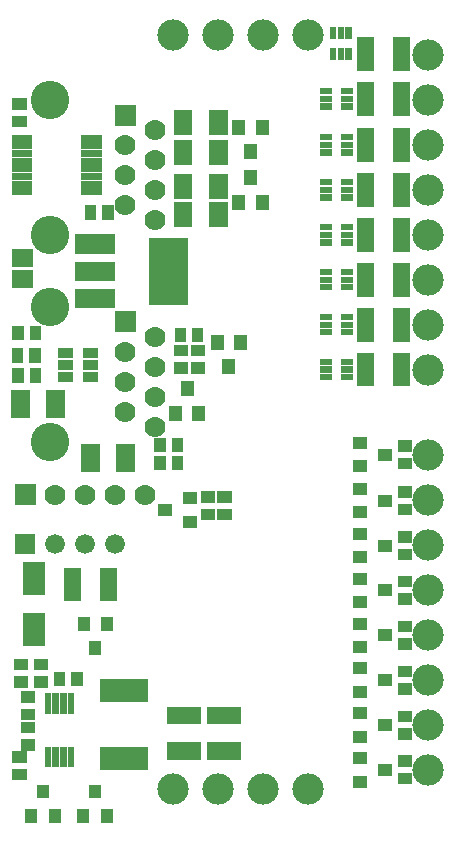
<source format=gbr>
G04 start of page 7 for group -4062 idx -4062 *
G04 Title: (unknown), soldermask *
G04 Creator: pcb 20110918 *
G04 CreationDate: Tue 21 Aug 2012 15:57:03 GMT UTC *
G04 For: rob *
G04 Format: Gerber/RS-274X *
G04 PCB-Dimensions: 157480 283465 *
G04 PCB-Coordinate-Origin: lower left *
%MOIN*%
%FSLAX25Y25*%
%LNBOTTOMMASK*%
%ADD102R,0.0768X0.0768*%
%ADD101R,0.0572X0.0572*%
%ADD100R,0.0210X0.0210*%
%ADD99R,0.0440X0.0440*%
%ADD98R,0.0230X0.0230*%
%ADD97R,0.0340X0.0340*%
%ADD96R,0.1320X0.1320*%
%ADD95R,0.0612X0.0612*%
%ADD94R,0.0660X0.0660*%
%ADD93R,0.0749X0.0749*%
%ADD92R,0.0400X0.0400*%
%ADD91R,0.0381X0.0381*%
%ADD90R,0.0630X0.0630*%
%ADD89C,0.0700*%
%ADD88C,0.1280*%
%ADD87C,0.0660*%
%ADD86C,0.0001*%
%ADD85C,0.1043*%
G54D85*X141339Y127362D03*
Y155868D03*
Y170868D03*
G54D86*G36*
X3708Y100938D02*Y94338D01*
X10308D01*
Y100938D01*
X3708D01*
G37*
G54D87*X17008Y97638D03*
G54D86*G36*
X3509Y117674D02*Y110674D01*
X10509D01*
Y117674D01*
X3509D01*
G37*
G54D88*X15354Y131773D03*
G54D87*X27008Y97638D03*
X37008D03*
G54D89*X17009Y114174D03*
X27009D03*
X37009D03*
X47009D03*
X50354Y136773D03*
Y146773D03*
X40354Y141773D03*
Y161773D03*
Y151773D03*
G54D86*G36*
X36854Y175273D02*Y168273D01*
X43854D01*
Y175273D01*
X36854D01*
G37*
G54D89*X50354Y156773D03*
Y166773D03*
G54D88*X15354Y176773D03*
G54D85*X141339Y67362D03*
Y82362D03*
Y97362D03*
Y112362D03*
Y22362D03*
Y37362D03*
Y52362D03*
X56261Y16145D03*
X71261D03*
X86261D03*
X101261D03*
X101220Y267323D03*
X86220D03*
X71220D03*
X56220D03*
X141339Y260868D03*
Y185868D03*
Y200868D03*
Y215868D03*
Y230868D03*
Y245868D03*
G54D89*X50354Y205670D03*
X40354Y210670D03*
X50354Y225670D03*
X40354Y230670D03*
Y220670D03*
X50354Y215670D03*
G54D86*G36*
X36854Y244170D02*Y237170D01*
X43854D01*
Y244170D01*
X36854D01*
G37*
G54D89*X50354Y235670D03*
G54D88*X15354Y245670D03*
Y200670D03*
G54D90*X40340Y127979D02*Y124779D01*
G54D91*X57802Y125288D02*Y124320D01*
X51968Y125288D02*Y124320D01*
G54D92*X53286Y109153D02*X53886D01*
X61486Y113053D02*X62086D01*
X61486Y105253D02*X62086D01*
G54D91*X57802Y131194D02*Y130226D01*
X51968Y131194D02*Y130226D01*
G54D93*X9843Y87993D02*Y84450D01*
G54D94*X27024Y179584D02*X33624D01*
G54D95*X5709Y186024D02*X6495D01*
G54D94*X27024Y188584D02*X33624D01*
X27024Y197684D02*X33624D01*
G54D96*X54724Y193084D02*Y184084D01*
G54D97*X27954Y161313D02*X29554D01*
X27954Y157413D02*X29554D01*
X27954Y153513D02*X29554D01*
X19754Y157413D02*X21354D01*
X19754Y161313D02*X21354D01*
G54D90*X28740Y127979D02*Y124779D01*
G54D97*X19754Y153513D02*X21354D01*
G54D90*X16929Y146089D02*Y142889D01*
X5329Y146089D02*Y142889D01*
G54D91*X10164Y161115D02*Y160147D01*
X10397Y154422D02*Y153454D01*
X10398Y168595D02*Y167627D01*
X4330Y161115D02*Y160147D01*
X4563Y154422D02*Y153454D01*
X4564Y168595D02*Y167627D01*
G54D95*X5709Y193110D02*X6495D01*
G54D98*X3602Y215161D02*X8208D01*
X3602Y217720D02*X8208D01*
X3602Y220279D02*X8208D01*
X3602Y222838D02*X8208D01*
X3602Y225396D02*X8208D01*
G54D91*X4633Y244418D02*X5601D01*
X4633Y238584D02*X5601D01*
G54D98*X3602Y227955D02*X8208D01*
X26830D02*X31436D01*
X3602Y230514D02*X8208D01*
X3602Y233073D02*X8208D01*
X26830D02*X31436D01*
X26830Y230514D02*X31436D01*
X26830Y225396D02*X31436D01*
X26830Y222838D02*X31436D01*
X26830Y220279D02*X31436D01*
X26830Y217720D02*X31436D01*
X26830Y215161D02*X31436D01*
G54D91*X34573Y208753D02*Y207785D01*
X28739Y208753D02*Y207785D01*
G54D99*X64844Y141596D02*Y140996D01*
X57044Y141596D02*Y140996D01*
X60944Y149796D02*Y149196D01*
G54D91*X64083Y156372D02*X65051D01*
X64083Y162206D02*X65051D01*
X58661Y167808D02*Y166840D01*
X64495Y167808D02*Y166840D01*
X58375Y156372D02*X59343D01*
X58375Y162206D02*X59343D01*
G54D95*X59645Y229529D02*Y227167D01*
Y208859D02*Y206497D01*
Y218110D02*Y215748D01*
Y239371D02*Y237009D01*
G54D99*X78186Y237044D02*Y236444D01*
X85986Y237044D02*Y236444D01*
X82086Y228844D02*Y228244D01*
X85986Y211983D02*Y211383D01*
X78186Y211983D02*Y211383D01*
G54D95*X71455Y218110D02*Y215748D01*
G54D99*X82086Y220183D02*Y219583D01*
G54D95*X71455Y229529D02*Y227167D01*
Y239371D02*Y237009D01*
G54D100*X106173Y243563D02*X108173D01*
X106173Y246063D02*X108173D01*
X106173Y248663D02*X108173D01*
X109603Y269109D02*Y267109D01*
Y262109D02*Y260109D01*
X112203Y269109D02*Y267109D01*
Y262109D02*Y260109D01*
X114703Y269109D02*Y267109D01*
Y262109D02*Y260109D01*
G54D101*X120473Y263779D02*Y258269D01*
X132283Y263779D02*Y258269D01*
Y248818D02*Y243308D01*
Y233464D02*Y227954D01*
X120473Y218503D02*Y212993D01*
X132283Y218503D02*Y212993D01*
G54D100*X113173Y248663D02*X115173D01*
X113173Y246063D02*X115173D01*
X113173Y243563D02*X115173D01*
G54D101*X120473Y248818D02*Y243308D01*
G54D100*X113173Y233309D02*X115173D01*
X113173Y230709D02*X115173D01*
X113173Y228209D02*X115173D01*
X106173D02*X108173D01*
X106173Y230709D02*X108173D01*
X106173Y233309D02*X108173D01*
G54D101*X120473Y233464D02*Y227954D01*
G54D92*X118272Y18541D02*X118872D01*
G54D101*X70474Y28741D02*X75984D01*
G54D92*X118272Y33502D02*X118872D01*
X118272Y26341D02*X118872D01*
X126472Y37402D02*X127072D01*
X126472Y22441D02*X127072D01*
G54D91*X132981Y25358D02*X133949D01*
X132981Y19524D02*X133949D01*
X132981Y40319D02*X133949D01*
X132981Y34485D02*X133949D01*
G54D92*X118272Y41302D02*X118872D01*
X118272Y48463D02*X118872D01*
G54D93*X9843Y71064D02*Y67521D01*
G54D92*X26415Y71491D02*Y70891D01*
X34215Y71491D02*Y70891D01*
X30315Y63291D02*Y62691D01*
G54D101*X70474Y40551D02*X75984D01*
X57088D02*X62598D01*
G54D91*X4634Y20867D02*X5602D01*
X7390Y30709D02*X8358D01*
X7390Y36543D02*X8358D01*
G54D102*X35631Y26378D02*X43899D01*
G54D98*X22244Y29077D02*Y24471D01*
X19685Y29077D02*Y24471D01*
X17127Y29077D02*Y24471D01*
X14568Y29077D02*Y24471D01*
G54D91*X7390Y40945D02*X8358D01*
G54D101*X57088Y28741D02*X62598D01*
G54D91*X4634Y26701D02*X5602D01*
G54D92*X16855Y7387D02*Y6787D01*
X9055Y7387D02*Y6787D01*
X12955Y15587D02*Y14987D01*
X34178Y7387D02*Y6787D01*
X30278Y15587D02*Y14987D01*
X26378Y7387D02*Y6787D01*
G54D102*X35631Y48818D02*X43899D01*
G54D101*X34646Y87007D02*Y81497D01*
X22836Y87007D02*Y81497D01*
G54D91*X7390Y46779D02*X8358D01*
G54D98*X14568Y46793D02*Y42187D01*
X17127Y46793D02*Y42187D01*
X19685Y46793D02*Y42187D01*
X22244Y46793D02*Y42187D01*
G54D91*X18343Y53240D02*Y52272D01*
X24177Y53240D02*Y52272D01*
X5028Y51808D02*X5996D01*
X11721D02*X12689D01*
X5028Y57642D02*X5996D01*
X11721D02*X12689D01*
G54D101*X120473Y203543D02*Y198033D01*
X132283Y203543D02*Y198033D01*
X120473Y188582D02*Y183072D01*
X132283Y188582D02*Y183072D01*
G54D100*X113173Y218348D02*X115173D01*
X113173Y215748D02*X115173D01*
X113173Y213248D02*X115173D01*
X106173D02*X108173D01*
X106173Y215748D02*X108173D01*
X106173Y218348D02*X108173D01*
X113173Y203388D02*X115173D01*
X113173Y200788D02*X115173D01*
X106173Y198288D02*X108173D01*
X106173Y200788D02*X108173D01*
X106173Y203388D02*X108173D01*
X113173Y183327D02*X115173D01*
X113173Y173467D02*X115173D01*
X113173Y170867D02*X115173D01*
X113173Y168367D02*X115173D01*
X113173Y158506D02*X115173D01*
X113173Y155906D02*X115173D01*
X113173Y153406D02*X115173D01*
G54D101*X120473Y158661D02*Y153151D01*
X132283Y158661D02*Y153151D01*
X120473Y173622D02*Y168112D01*
X132283Y173622D02*Y168112D01*
G54D100*X113173Y198288D02*X115173D01*
X113173Y188427D02*X115173D01*
X113173Y185827D02*X115173D01*
X106173Y183327D02*X108173D01*
X106173Y185827D02*X108173D01*
X106173Y188427D02*X108173D01*
G54D95*X71455Y208859D02*Y206497D01*
G54D100*X106173Y168367D02*X108173D01*
X106173Y170867D02*X108173D01*
X106173Y173467D02*X108173D01*
X106173Y153406D02*X108173D01*
X106173Y155906D02*X108173D01*
X106173Y158506D02*X108173D01*
G54D99*X70939Y165262D02*Y164662D01*
X78739Y165262D02*Y164662D01*
X74839Y157062D02*Y156462D01*
G54D91*X132981Y85201D02*X133949D01*
X132981Y100162D02*X133949D01*
X132981Y94328D02*X133949D01*
G54D92*X126472Y97245D02*X127072D01*
X118272Y86184D02*X118872D01*
X118272Y93345D02*X118872D01*
G54D91*X132981Y79367D02*X133949D01*
X67429Y113387D02*X68397D01*
X67429Y107553D02*X68397D01*
X72941Y113387D02*X73909D01*
X72941Y107553D02*X73909D01*
X132981Y130476D02*X133949D01*
X132981Y124642D02*X133949D01*
G54D92*X118272Y101145D02*X118872D01*
X118272Y108305D02*X118872D01*
G54D91*X132981Y115122D02*X133949D01*
X132981Y109288D02*X133949D01*
G54D92*X126472Y112205D02*X127072D01*
X118272Y116105D02*X118872D01*
X118272Y123659D02*X118872D01*
X118272Y131459D02*X118872D01*
X126472Y127559D02*X127072D01*
G54D91*X132981Y55280D02*X133949D01*
X132981Y49446D02*X133949D01*
G54D92*X126472Y82284D02*X127072D01*
X118272Y63423D02*X118872D01*
X118272Y56263D02*X118872D01*
G54D91*X132981Y70240D02*X133949D01*
X132981Y64406D02*X133949D01*
G54D92*X126472Y67323D02*X127072D01*
X118272Y78384D02*X118872D01*
X118272Y71223D02*X118872D01*
X126472Y52363D02*X127072D01*
M02*

</source>
